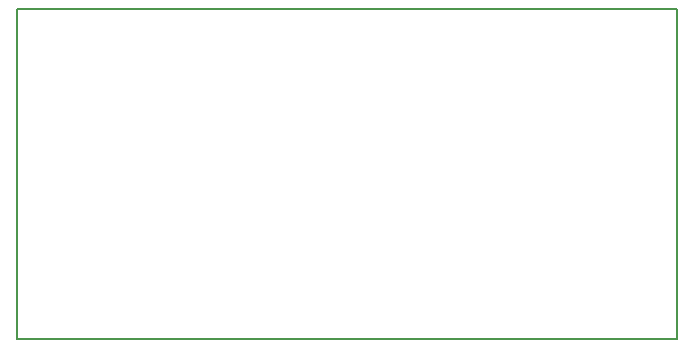
<source format=gbr>
G04 #@! TF.FileFunction,Profile,NP*
%FSLAX46Y46*%
G04 Gerber Fmt 4.6, Leading zero omitted, Abs format (unit mm)*
G04 Created by KiCad (PCBNEW 4.0.4+e1-6308~48~ubuntu16.04.1-stable) date Wed Nov  2 13:24:19 2016*
%MOMM*%
%LPD*%
G01*
G04 APERTURE LIST*
%ADD10C,0.100000*%
%ADD11C,0.150000*%
G04 APERTURE END LIST*
D10*
D11*
X160020000Y-76200000D02*
X104140000Y-76200000D01*
X160020000Y-104140000D02*
X160020000Y-76200000D01*
X104140000Y-104140000D02*
X160020000Y-104140000D01*
X104140000Y-76200000D02*
X104140000Y-104140000D01*
M02*

</source>
